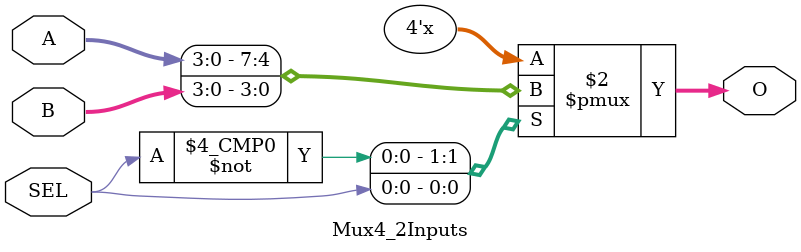
<source format=sv>
`timescale 1ns / 1ps


module Mux4_2Inputs(O,A,B,SEL);
parameter k=4;
input [k-1:0]A,B;
input SEL;
output [k-1:0]O;
reg [k-1:0]O;

always @(*) begin
    case(SEL)
        1'b0: O=A;
        1'b1: O=B;        
    endcase

end
endmodule

</source>
